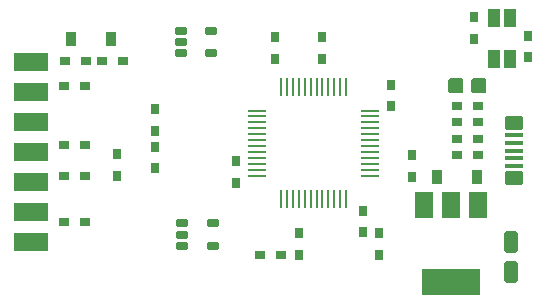
<source format=gtp>
G04 Layer_Color=8421504*
%FSLAX43Y43*%
%MOMM*%
G71*
G01*
G75*
%ADD10R,0.900X0.800*%
%ADD11R,0.800X0.900*%
G04:AMPARAMS|DCode=12|XSize=1.5mm|YSize=1mm|CornerRadius=0.025mm|HoleSize=0mm|Usage=FLASHONLY|Rotation=90.000|XOffset=0mm|YOffset=0mm|HoleType=Round|Shape=RoundedRectangle|*
%AMROUNDEDRECTD12*
21,1,1.500,0.950,0,0,90.0*
21,1,1.450,1.000,0,0,90.0*
1,1,0.050,0.475,0.725*
1,1,0.050,0.475,-0.725*
1,1,0.050,-0.475,-0.725*
1,1,0.050,-0.475,0.725*
%
%ADD12ROUNDEDRECTD12*%
G04:AMPARAMS|DCode=13|XSize=1.8mm|YSize=1.2mm|CornerRadius=0.15mm|HoleSize=0mm|Usage=FLASHONLY|Rotation=90.000|XOffset=0mm|YOffset=0mm|HoleType=Round|Shape=RoundedRectangle|*
%AMROUNDEDRECTD13*
21,1,1.800,0.900,0,0,90.0*
21,1,1.500,1.200,0,0,90.0*
1,1,0.300,0.450,0.750*
1,1,0.300,0.450,-0.750*
1,1,0.300,-0.450,-0.750*
1,1,0.300,-0.450,0.750*
%
%ADD13ROUNDEDRECTD13*%
%ADD14R,0.910X1.220*%
G04:AMPARAMS|DCode=15|XSize=0.91mm|YSize=1.22mm|CornerRadius=0.228mm|HoleSize=0mm|Usage=FLASHONLY|Rotation=180.000|XOffset=0mm|YOffset=0mm|HoleType=Round|Shape=RoundedRectangle|*
%AMROUNDEDRECTD15*
21,1,0.910,0.765,0,0,180.0*
21,1,0.455,1.220,0,0,180.0*
1,1,0.455,-0.228,0.383*
1,1,0.455,0.228,0.383*
1,1,0.455,0.228,-0.383*
1,1,0.455,-0.228,-0.383*
%
%ADD15ROUNDEDRECTD15*%
G04:AMPARAMS|DCode=16|XSize=1.5mm|YSize=0.35mm|CornerRadius=0.035mm|HoleSize=0mm|Usage=FLASHONLY|Rotation=180.000|XOffset=0mm|YOffset=0mm|HoleType=Round|Shape=RoundedRectangle|*
%AMROUNDEDRECTD16*
21,1,1.500,0.280,0,0,180.0*
21,1,1.430,0.350,0,0,180.0*
1,1,0.070,-0.715,0.140*
1,1,0.070,0.715,0.140*
1,1,0.070,0.715,-0.140*
1,1,0.070,-0.715,-0.140*
%
%ADD16ROUNDEDRECTD16*%
G04:AMPARAMS|DCode=17|XSize=1.5mm|YSize=1.2mm|CornerRadius=0.12mm|HoleSize=0mm|Usage=FLASHONLY|Rotation=180.000|XOffset=0mm|YOffset=0mm|HoleType=Round|Shape=RoundedRectangle|*
%AMROUNDEDRECTD17*
21,1,1.500,0.960,0,0,180.0*
21,1,1.260,1.200,0,0,180.0*
1,1,0.240,-0.630,0.480*
1,1,0.240,0.630,0.480*
1,1,0.240,0.630,-0.480*
1,1,0.240,-0.630,-0.480*
%
%ADD17ROUNDEDRECTD17*%
%ADD18R,3.000X1.500*%
G04:AMPARAMS|DCode=19|XSize=0.6mm|YSize=1mm|CornerRadius=0.075mm|HoleSize=0mm|Usage=FLASHONLY|Rotation=270.000|XOffset=0mm|YOffset=0mm|HoleType=Round|Shape=RoundedRectangle|*
%AMROUNDEDRECTD19*
21,1,0.600,0.850,0,0,270.0*
21,1,0.450,1.000,0,0,270.0*
1,1,0.150,-0.425,-0.225*
1,1,0.150,-0.425,0.225*
1,1,0.150,0.425,0.225*
1,1,0.150,0.425,-0.225*
%
%ADD19ROUNDEDRECTD19*%
%ADD20R,5.000X2.200*%
%ADD21R,1.500X2.200*%
%ADD22R,1.650X0.254*%
%ADD23R,0.254X1.650*%
G04:AMPARAMS|DCode=24|XSize=1.27mm|YSize=1.27mm|CornerRadius=0.159mm|HoleSize=0mm|Usage=FLASHONLY|Rotation=0.000|XOffset=0mm|YOffset=0mm|HoleType=Round|Shape=RoundedRectangle|*
%AMROUNDEDRECTD24*
21,1,1.270,0.953,0,0,0.0*
21,1,0.953,1.270,0,0,0.0*
1,1,0.318,0.476,-0.476*
1,1,0.318,-0.476,-0.476*
1,1,0.318,-0.476,0.476*
1,1,0.318,0.476,0.476*
%
%ADD24ROUNDEDRECTD24*%
D10*
X114800Y89800D02*
D03*
X113000D02*
D03*
X129700Y98200D02*
D03*
X131500D02*
D03*
X129700Y99600D02*
D03*
X131500D02*
D03*
X96400Y92600D02*
D03*
X98200D02*
D03*
X96400Y96500D02*
D03*
X98200D02*
D03*
X96400Y104100D02*
D03*
X98200D02*
D03*
X96400Y99100D02*
D03*
X98200D02*
D03*
X129700Y101000D02*
D03*
X131500D02*
D03*
X96500Y106200D02*
D03*
X98300D02*
D03*
X99600D02*
D03*
X101400D02*
D03*
X131500Y102400D02*
D03*
X129700D02*
D03*
D11*
X131100Y109900D02*
D03*
Y108100D02*
D03*
X135700Y108300D02*
D03*
Y106500D02*
D03*
X104100Y100300D02*
D03*
Y102100D02*
D03*
Y98900D02*
D03*
Y97100D02*
D03*
X125900Y96400D02*
D03*
Y98200D02*
D03*
X111000Y97700D02*
D03*
Y95900D02*
D03*
X124100Y102400D02*
D03*
Y104200D02*
D03*
X121700Y91700D02*
D03*
Y93500D02*
D03*
X114300Y108200D02*
D03*
Y106400D02*
D03*
X116300Y91600D02*
D03*
Y89800D02*
D03*
X118300Y108200D02*
D03*
Y106400D02*
D03*
X123100Y89800D02*
D03*
Y91600D02*
D03*
X100900Y96500D02*
D03*
Y98300D02*
D03*
D12*
X132800Y109850D02*
D03*
Y106350D02*
D03*
X134200Y106350D02*
D03*
Y109850D02*
D03*
D13*
X134300Y88300D02*
D03*
Y90900D02*
D03*
D14*
X131400Y96400D02*
D03*
X100400Y108100D02*
D03*
D15*
X128000Y96400D02*
D03*
X97000Y108100D02*
D03*
D16*
X134500Y99900D02*
D03*
Y99250D02*
D03*
Y98600D02*
D03*
Y97950D02*
D03*
Y97300D02*
D03*
D17*
Y100950D02*
D03*
Y96250D02*
D03*
D18*
X93600Y106120D02*
D03*
Y103580D02*
D03*
Y101040D02*
D03*
Y98500D02*
D03*
Y95960D02*
D03*
Y93420D02*
D03*
Y90880D02*
D03*
D19*
X108900Y108750D02*
D03*
X106300Y106850D02*
D03*
Y107800D02*
D03*
Y108750D02*
D03*
X108900Y106850D02*
D03*
X109000Y92450D02*
D03*
X106400Y90550D02*
D03*
Y91500D02*
D03*
Y92450D02*
D03*
X109000Y90550D02*
D03*
D20*
X129200Y87500D02*
D03*
D21*
X126900Y94000D02*
D03*
X129200D02*
D03*
X131500D02*
D03*
D22*
X112800Y102000D02*
D03*
Y101500D02*
D03*
Y101000D02*
D03*
Y100500D02*
D03*
Y100000D02*
D03*
Y99500D02*
D03*
Y99000D02*
D03*
Y98500D02*
D03*
Y98000D02*
D03*
Y97500D02*
D03*
Y97000D02*
D03*
Y96500D02*
D03*
X122300D02*
D03*
Y97000D02*
D03*
Y97500D02*
D03*
Y98000D02*
D03*
Y98500D02*
D03*
Y99000D02*
D03*
Y99500D02*
D03*
Y100000D02*
D03*
Y100500D02*
D03*
Y101000D02*
D03*
Y101500D02*
D03*
Y102000D02*
D03*
D23*
X114800Y94500D02*
D03*
X115300D02*
D03*
X115800D02*
D03*
X116300D02*
D03*
X116800D02*
D03*
X117300D02*
D03*
X117800D02*
D03*
X118300D02*
D03*
X118800D02*
D03*
X119300D02*
D03*
X119800D02*
D03*
X120300D02*
D03*
Y104000D02*
D03*
X119800D02*
D03*
X119300D02*
D03*
X118800D02*
D03*
X118300D02*
D03*
X117800D02*
D03*
X117300D02*
D03*
X116800D02*
D03*
X116300D02*
D03*
X115800D02*
D03*
X115300D02*
D03*
X114800D02*
D03*
D24*
X131553Y104100D02*
D03*
X129648D02*
D03*
M02*

</source>
